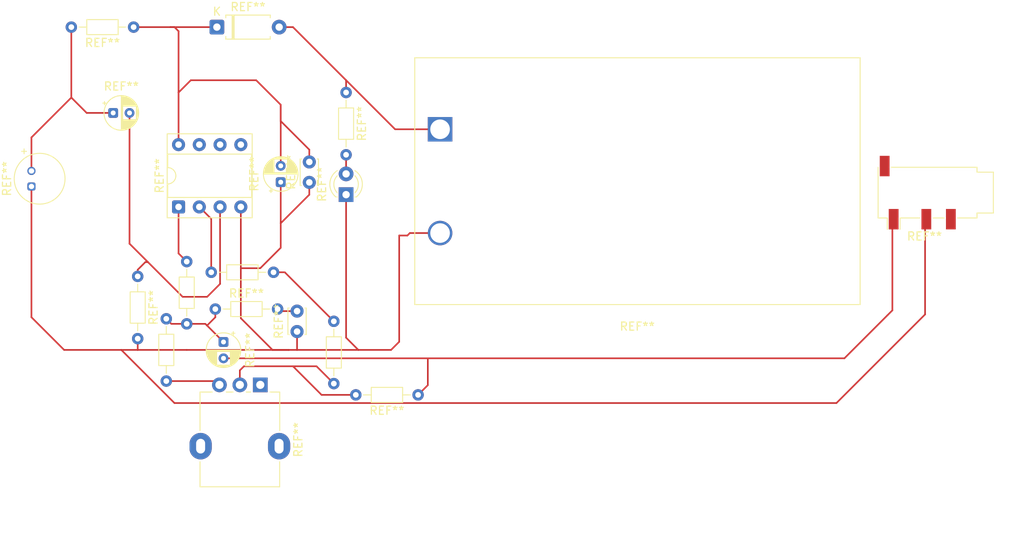
<source format=kicad_pcb>
(kicad_pcb (version 20241229) (generator "pcbnew") (generator_version "9.0")
  (layers (0 "F.Cu" signal) (2 "B.Cu" signal) (13 "F.Paste" user) (15 "B.Paste" user) (5 "F.SilkS" user "F.Silkscreen") (7 "B.SilkS" user "B.Silkscreen") (1 "F.Mask" user) (3 "B.Mask" user) (25 "Edge.Cuts" user))
  (net 0 "")
  (footprint "Capacitor_THT:C_Disc_D3.0mm_W2.0mm_P2.50mm" (layer "F.Cu") (at 111.5 138.25 90)
    (property "Reference" "REF**" (at 1.25 -2.25 90) (layer "F.SilkS"))
    (property "Value" "C_Disc_D3.0mm_W2.0mm_P2.50mm" (hide yes))
    (pad "1" thru_hole circle (at 0 0 90) (size 1.6 1.6) (drill 0.8) (layers "*.Cu" "*.Mask"))
    (pad "2" thru_hole circle (at 2.5 0 90) (size 1.6 1.6) (drill 0.8) (layers "*.Cu" "*.Mask"))
  )
  (footprint "Resistor_THT:R_Axial_DIN0204_L3.6mm_D1.6mm_P7.62mm_Horizontal" (layer "F.Cu") (at 101 131)
    (property "Reference" "0-ohm" (hide yes))
    (property "Value" "R_Axial_DIN0204_L3.6mm_D1.6mm_P7.62mm_Horizontal" (hide yes))
    (pad "1" thru_hole circle (at 0 0) (size 1.4 1.4) (drill 0.7) (layers "*.Cu" "*.Mask"))
    (pad "2" thru_hole circle (at 7.62 0) (size 1.4 1.4) (drill 0.7) (layers "*.Cu" "*.Mask"))
  )
  (footprint "Capacitor_THT:CP_Radial_D4.0mm_P2.00mm" (layer "F.Cu") (at 89 111.5)
    (property "Reference" "REF**" (at 1 -3.25 0) (layer "F.SilkS"))
    (property "Value" "CP_Radial_D4.0mm_P2.00mm" (hide yes))
    (pad "1" thru_hole roundrect (at 0 0) (size 1.2 1.2) (drill 0.6) (layers "*.Cu" "*.Mask") (roundrect_rratio 0.208333))
    (pad "2" thru_hole circle (at 2 0) (size 1.2 1.2) (drill 0.6) (layers "*.Cu" "*.Mask"))
  )
  (footprint "Capacitor_THT:CP_Radial_D4.0mm_P2.00mm" (layer "F.Cu") (at 109.5 119.972599 90)
    (property "Reference" "REF**" (at 1 -3.25 90) (layer "F.SilkS"))
    (property "Value" "CP_Radial_D4.0mm_P2.00mm" (hide yes))
    (pad "1" thru_hole roundrect (at 0 0 90) (size 1.2 1.2) (drill 0.6) (layers "*.Cu" "*.Mask") (roundrect_rratio 0.208333))
    (pad "2" thru_hole circle (at 2 0 90) (size 1.2 1.2) (drill 0.6) (layers "*.Cu" "*.Mask"))
  )
  (footprint "Package_DIP:DIP-8_W7.62mm_Socket" (layer "F.Cu") (at 97 123 90)
    (property "Reference" "REF**" (at 3.81 -2.33 90) (layer "F.SilkS"))
    (property "Value" "DIP-8_W7.62mm_Socket" (hide yes))
    (pad "1" thru_hole roundrect (at 0 0 90) (size 1.6 1.6) (drill 0.8) (layers "*.Cu" "*.Mask") (roundrect_rratio 0.15625))
    (pad "2" thru_hole circle (at 0 2.54 90) (size 1.6 1.6) (drill 0.8) (layers "*.Cu" "*.Mask"))
    (pad "3" thru_hole circle (at 0 5.08 90) (size 1.6 1.6) (drill 0.8) (layers "*.Cu" "*.Mask"))
    (pad "4" thru_hole circle (at 0 7.62 90) (size 1.6 1.6) (drill 0.8) (layers "*.Cu" "*.Mask"))
    (pad "5" thru_hole circle (at 7.62 7.62 90) (size 1.6 1.6) (drill 0.8) (layers "*.Cu" "*.Mask"))
    (pad "6" thru_hole circle (at 7.62 5.08 90) (size 1.6 1.6) (drill 0.8) (layers "*.Cu" "*.Mask"))
    (pad "7" thru_hole circle (at 7.62 2.54 90) (size 1.6 1.6) (drill 0.8) (layers "*.Cu" "*.Mask"))
    (pad "8" thru_hole circle (at 7.62 0 90) (size 1.6 1.6) (drill 0.8) (layers "*.Cu" "*.Mask"))
  )
  (footprint "Capacitor_THT:CP_Radial_D4.0mm_P2.00mm" (layer "F.Cu") (at 102.5 139.5274 -90)
    (property "Reference" "REF**" (at 1 -3.25 90) (layer "F.SilkS"))
    (property "Value" "CP_Radial_D4.0mm_P2.00mm" (hide yes))
    (pad "1" thru_hole roundrect (at 0 0 270) (size 1.2 1.2) (drill 0.6) (layers "*.Cu" "*.Mask") (roundrect_rratio 0.208333))
    (pad "2" thru_hole circle (at 2 0 270) (size 1.2 1.2) (drill 0.6) (layers "*.Cu" "*.Mask"))
  )
  (footprint "Resistor_THT:R_Axial_DIN0204_L3.6mm_D1.6mm_P7.62mm_Horizontal" (layer "F.Cu") (at 101.5 135.5)
    (property "Reference" "REF**" (at 3.81 -1.92 0) (layer "F.SilkS"))
    (property "Value" "R_Axial_DIN0204_L3.6mm_D1.6mm_P7.62mm_Horizontal" (hide yes))
    (pad "1" thru_hole circle (at 0 0) (size 1.4 1.4) (drill 0.7) (layers "*.Cu" "*.Mask"))
    (pad "2" thru_hole circle (at 7.62 0) (size 1.4 1.4) (drill 0.7) (layers "*.Cu" "*.Mask"))
  )
  (footprint "Connector_Audio:Jack_3.5mm_PJ320D_Horizontal" (layer "F.Cu") (at 188.325 121.25 180)
    (property "Reference" "REF**" (at 0.05 -5.35 0) (layer "F.SilkS"))
    (property "Value" "Jack_3.5mm_PJ320D_Horizontal")
    (pad "" np_thru_hole circle (at -4.775 0 180) (size 1.5 1.5) (drill oval 2 1.5) (layers "*.Cu" "*.Mask"))
    (pad "" np_thru_hole circle (at 2.225 0 180) (size 1.5 1.5) (drill 1.5) (layers "*.Cu" "*.Mask"))
    (pad "R1" smd rect (at -0.175 -3.25 180) (size 1.2 2.5) (layers "F.Cu" "F.Mask" "F.Paste"))
    (pad "R2" smd rect (at -3.175 -3.25 180) (size 1.2 2.5) (layers "F.Cu" "F.Mask" "F.Paste"))
    (pad "S" smd rect (at 4.925 3.25 180) (size 1.2 2.5) (layers "F.Cu" "F.Mask" "F.Paste"))
    (pad "T" smd rect (at 3.825 -3.25 180) (size 1.2 2.5) (layers "F.Cu" "F.Mask" "F.Paste"))
  )
  (footprint "Sensor_Audio:POM-2244P-C3310-2-R" (layer "F.Cu") (at 79 120.5 90)
    (property "Reference" "REF**" (at 0.95 -3 90) (layer "F.SilkS"))
    (property "Value" "POM-2244P-C3310-2-R" (hide yes))
    (pad "1" thru_hole roundrect (at 0 0 90) (size 1 1) (drill 0.65) (layers "*.Cu" "*.Mask"))
    (pad "2" thru_hole circle (at 1.9 0 90) (size 1 1) (drill 0.65) (layers "*.Cu" "*.Mask"))
  )
  (footprint "Diode_THT:D_A-405_P7.62mm_Horizontal" (layer "F.Cu") (at 101.69 101)
    (property "Reference" "REF**" (at 3.81 -2.47 0) (layer "F.SilkS"))
    (property "Value" "D_A-405_P7.62mm_Horizontal")
    (fp_text user "K" (at 0 -1.9 0) (layer "F.SilkS"))
    (pad "1" thru_hole roundrect (at 0 0) (size 1.8 1.8) (drill 0.9) (layers "*.Cu" "*.Mask") (roundrect_rratio 0.138889))
    (pad "2" thru_hole circle (at 7.62 0) (size 1.8 1.8) (drill 0.9) (layers "*.Cu" "*.Mask"))
  )
  (footprint "Resistor_THT:R_Axial_DIN0204_L3.6mm_D1.6mm_P7.62mm_Horizontal" (layer "F.Cu") (at 91.5 101 180)
    (property "Reference" "REF**" (at 3.81 -1.92 0) (layer "F.SilkS"))
    (property "Value" "R_Axial_DIN0204_L3.6mm_D1.6mm_P7.62mm_Horizontal" (hide yes))
    (pad "1" thru_hole circle (at 0 0 180) (size 1.4 1.4) (drill 0.7) (layers "*.Cu" "*.Mask"))
    (pad "2" thru_hole circle (at 7.62 0 180) (size 1.4 1.4) (drill 0.7) (layers "*.Cu" "*.Mask"))
  )
  (footprint "Resistor_THT:R_Axial_DIN0204_L3.6mm_D1.6mm_P7.62mm_Horizontal" (layer "F.Cu") (at 126.31 146 180)
    (property "Reference" "REF**" (at 3.81 -1.92 0) (layer "F.SilkS"))
    (property "Value" "R_Axial_DIN0204_L3.6mm_D1.6mm_P7.62mm_Horizontal" (hide yes))
    (pad "1" thru_hole circle (at 0 0 180) (size 1.4 1.4) (drill 0.7) (layers "*.Cu" "*.Mask"))
    (pad "2" thru_hole circle (at 7.62 0 180) (size 1.4 1.4) (drill 0.7) (layers "*.Cu" "*.Mask"))
  )
  (footprint "LED_THT:LED_D3.0mm" (layer "F.Cu") (at 117.5 121.5 90)
    (property "Reference" "REF**" (at 1.27 -2.96 90) (layer "F.SilkS"))
    (property "Value" "LED_D3.0mm")
    (pad "1" thru_hole rect (at 0 0 90) (size 1.8 1.8) (drill 0.9) (layers "*.Cu" "*.Mask"))
    (pad "2" thru_hole circle (at 2.54 0 90) (size 1.8 1.8) (drill 0.9) (layers "*.Cu" "*.Mask"))
  )
  (footprint "Battery:BatteryHolder_Eagle_12BH611-GR" (layer "F.Cu") (at 129 113.5 180)
    (property "Reference" "REF**" (at -24.13 -24.13 0) (layer "F.SilkS"))
    (property "Value" "BatteryHolder_Eagle_12BH611-GR")
    (pad "" np_thru_hole circle (at -38.9 -17.45 180) (size 2.6 2.6) (drill 2.6) (layers "*.Cu" "*.Mask"))
    (pad "" np_thru_hole circle (at -24.15 4.75 180) (size 2.6 2.6) (drill 2.6) (layers "*.Cu" "*.Mask"))
    (pad "" np_thru_hole circle (at -10.9 -17.45 180) (size 2.6 2.6) (drill 2.6) (layers "*.Cu" "*.Mask"))
    (pad "1" thru_hole rect (at 0 0 180) (size 3 3) (drill 2.4) (layers "*.Cu" "*.Mask"))
    (pad "2" thru_hole circle (at 0 -12.7 180) (size 3 3) (drill 2.4) (layers "*.Cu" "*.Mask"))
  )
  (footprint "Resistor_THT:R_Axial_DIN0204_L3.6mm_D1.6mm_P7.62mm_Horizontal" (layer "F.Cu") (at 117.5 109 -90)
    (property "Reference" "REF**" (at 3.81 -1.92 90) (layer "F.SilkS"))
    (property "Value" "R_Axial_DIN0204_L3.6mm_D1.6mm_P7.62mm_Horizontal" (hide yes))
    (pad "1" thru_hole circle (at 0 0 270) (size 1.4 1.4) (drill 0.7) (layers "*.Cu" "*.Mask"))
    (pad "2" thru_hole circle (at 7.62 0 270) (size 1.4 1.4) (drill 0.7) (layers "*.Cu" "*.Mask"))
  )
  (footprint "Resistor_THT:R_Axial_DIN0204_L3.6mm_D1.6mm_P7.62mm_Horizontal" (layer "F.Cu") (at 95.5 136.69 -90)
    (property "Reference" "0-ohm" (hide yes))
    (property "Value" "R_Axial_DIN0204_L3.6mm_D1.6mm_P7.62mm_Horizontal" (hide yes))
    (pad "1" thru_hole circle (at 0 0 270) (size 1.4 1.4) (drill 0.7) (layers "*.Cu" "*.Mask"))
    (pad "2" thru_hole circle (at 7.62 0 270) (size 1.4 1.4) (drill 0.7) (layers "*.Cu" "*.Mask"))
  )
  (footprint "Capacitor_THT:C_Disc_D3.0mm_W2.0mm_P2.50mm" (layer "F.Cu") (at 113 120 90)
    (property "Reference" "REF**" (at 1.25 -2.25 90) (layer "F.SilkS"))
    (property "Value" "C_Disc_D3.0mm_W2.0mm_P2.50mm" (hide yes))
    (pad "1" thru_hole circle (at 0 0 90) (size 1.6 1.6) (drill 0.8) (layers "*.Cu" "*.Mask"))
    (pad "2" thru_hole circle (at 2.5 0 90) (size 1.6 1.6) (drill 0.8) (layers "*.Cu" "*.Mask"))
  )
  (footprint "Resistor_THT:R_Axial_DIN0204_L3.6mm_D1.6mm_P7.62mm_Horizontal" (layer "F.Cu") (at 98 129.69 -90)
    (property "Reference" "0-ohm" (hide yes))
    (property "Value" "R_Axial_DIN0204_L3.6mm_D1.6mm_P7.62mm_Horizontal" (hide yes))
    (pad "1" thru_hole circle (at 0 0 270) (size 1.4 1.4) (drill 0.7) (layers "*.Cu" "*.Mask"))
    (pad "2" thru_hole circle (at 7.62 0 270) (size 1.4 1.4) (drill 0.7) (layers "*.Cu" "*.Mask"))
  )
  (footprint "Resistor_THT:R_Axial_DIN0204_L3.6mm_D1.6mm_P7.62mm_Horizontal" (layer "F.Cu") (at 116 137 -90)
    (property "Reference" "0-ohm" (hide yes))
    (property "Value" "R_Axial_DIN0204_L3.6mm_D1.6mm_P7.62mm_Horizontal" (hide yes))
    (pad "1" thru_hole circle (at 0 0 270) (size 1.4 1.4) (drill 0.7) (layers "*.Cu" "*.Mask"))
    (pad "2" thru_hole circle (at 7.62 0 270) (size 1.4 1.4) (drill 0.7) (layers "*.Cu" "*.Mask"))
  )
  (footprint "Resistor_THT:R_Axial_DIN0204_L3.6mm_D1.6mm_P7.62mm_Horizontal" (layer "F.Cu") (at 92 131.5 -90)
    (property "Reference" "REF**" (at 3.81 -1.92 90) (layer "F.SilkS"))
    (property "Value" "R_Axial_DIN0204_L3.6mm_D1.6mm_P7.62mm_Horizontal" (hide yes))
    (pad "1" thru_hole circle (at 0 0 270) (size 1.4 1.4) (drill 0.7) (layers "*.Cu" "*.Mask"))
    (pad "2" thru_hole circle (at 7.62 0 270) (size 1.4 1.4) (drill 0.7) (layers "*.Cu" "*.Mask"))
  )
  (footprint "Potentiometer_THT:Potentiometer_Alpha_RD901F-40-00D_Single_Vertical" (layer "F.Cu") (at 107 144.775 -90)
    (property "Reference" "REF**" (at 6.71 -4.64 90) (layer "F.SilkS"))
    (property "Value" "Potentiometer_Alpha_RD901F-40-00D_Single_Vertical")
    (pad "" thru_hole oval (at 7.5 -2.3) (size 2.72 3.24) (drill oval 1.1 1.8) (layers "*.Cu" "*.Mask"))
    (pad "" thru_hole oval (at 7.5 7.3) (size 2.72 3.24) (drill oval 1.1 1.8) (layers "*.Cu" "*.Mask"))
    (pad "1" thru_hole rect (at 0 0) (size 1.8 1.8) (drill 1) (layers "*.Cu" "*.Mask"))
    (pad "2" thru_hole circle (at 0 2.5) (size 1.8 1.8) (drill 1) (layers "*.Cu" "*.Mask"))
    (pad "3" thru_hole circle (at 0 5) (size 1.8 1.8) (drill 1) (layers "*.Cu" "*.Mask"))
  )
  (segment (start 108.62 131) (end 110 131) (width 0.2) (layer "F.Cu") (net 0))
  (segment (start 113 117.5) (end 113 116) (width 0.2) (layer "F.Cu") (net 0))
  (segment (start 117.5 118.96) (end 117.5 116.62) (width 0.2) (layer "F.Cu") (net 0))
  (segment (start 100.2826 137.31) (end 100.4863 137.5137) (width 0.2) (layer "F.Cu") (net 0))
  (segment (start 118.69 146) (end 114.5 146) (width 0.2) (layer "F.Cu") (net 0))
  (segment (start 95.5 144.31) (end 101.535 144.31) (width 0.2) (layer "F.Cu") (net 0))
  (segment (start 124 126.5) (end 125 126.5) (width 0.2) (layer "F.Cu") (net 0))
  (segment (start 90 140.5) (end 92 140.5) (width 0.2) (layer "F.Cu") (net 0))
  (segment (start 126.31 146) (end 127.5 144.81) (width 0.2) (layer "F.Cu") (net 0))
  (segment (start 79 136.5) (end 83 140.5) (width 0.2) (layer "F.Cu") (net 0))
  (segment (start 92 130.69) (end 92.94 129.75) (width 0.2) (layer "F.Cu") (net 0))
  (segment (start 111.5 138.25) (end 111.5 140.5) (width 0.2) (layer "F.Cu") (net 0))
  (segment (start 96.5 147) (end 90 140.5) (width 0.2) (layer "F.Cu") (net 0))
  (segment (start 98 140.5) (end 110.5 140.5) (width 0.2) (layer "F.Cu") (net 0))
  (segment (start 177.5 147) (end 96.5 147) (width 0.2) (layer "F.Cu") (net 0))
  (segment (start 124 139.5) (end 124 126.5) (width 0.2) (layer "F.Cu") (net 0))
  (segment (start 100.4863 137.5137) (end 102.5 139.5274) (width 0.2) (layer "F.Cu") (net 0))
  (segment (start 104.62 130.5) (end 104.62 136.62) (width 0.2) (layer "F.Cu") (net 0))
  (segment (start 113 120) (end 113 121.5) (width 0.2) (layer "F.Cu") (net 0))
  (segment (start 109.37 135.75) (end 109.12 135.5) (width 0.2) (layer "F.Cu") (net 0))
  (segment (start 113 121.5) (end 109.5 125) (width 0.2) (layer "F.Cu") (net 0))
  (segment (start 111 142.5) (end 105 142.5) (width 0.2) (layer "F.Cu") (net 0))
  (segment (start 106.5 107.5) (end 98.5 107.5) (width 0.2) (layer "F.Cu") (net 0))
  (segment (start 109.5 128) (end 107 130.5) (width 0.2) (layer "F.Cu") (net 0))
  (segment (start 101 131) (end 101 124.46) (width 0.2) (layer "F.Cu") (net 0))
  (segment (start 83.88 109.62) (end 79 114.5) (width 0.2) (layer "F.Cu") (net 0))
  (segment (start 83 140.5) (end 90 140.5) (width 0.2) (layer "F.Cu") (net 0))
  (segment (start 96 101) (end 91.5 101) (width 0.2) (layer "F.Cu") (net 0))
  (segment (start 188.345 124.75) (end 188.345 136.155) (width 0.2) (layer "F.Cu") (net 0))
  (segment (start 91 127.5) (end 93.25 129.75) (width 0.2) (layer "F.Cu") (net 0))
  (segment (start 97.5 134) (end 100.5 134) (width 0.2) (layer "F.Cu") (net 0))
  (segment (start 85.76 111.5) (end 83.88 109.62) (width 0.2) (layer "F.Cu") (net 0))
  (segment (start 123 140.5) (end 124 139.5) (width 0.2) (layer "F.Cu") (net 0))
  (segment (start 109.5 125) (end 109.5 128) (width 0.2) (layer "F.Cu") (net 0))
  (segment (start 129 113.5) (end 123.5 113.5) (width 0.2) (layer "F.Cu") (net 0))
  (segment (start 98.5 107.5) (end 97 109) (width 0.2) (layer "F.Cu") (net 0))
  (segment (start 113 116) (end 109.5 112.5) (width 0.2) (layer "F.Cu") (net 0))
  (segment (start 100.5 134) (end 102.08 132.42) (width 0.2) (layer "F.Cu") (net 0))
  (segment (start 123.5 113.5) (end 117.5 107.5) (width 0.2) (layer "F.Cu") (net 0))
  (segment (start 101.69 101) (end 96 101) (width 0.2) (layer "F.Cu") (net 0))
  (segment (start 79 120.5) (end 79 136.5) (width 0.2) (layer "F.Cu") (net 0))
  (segment (start 98 137.31) (end 96.12 137.31) (width 0.2) (layer "F.Cu") (net 0))
  (segment (start 97 109) (end 97 115.38) (width 0.2) (layer "F.Cu") (net 0))
  (segment (start 104.5 143) (end 104.5 144.775) (width 0.2) (layer "F.Cu") (net 0))
  (segment (start 111.5 135.75) (end 109.37 135.75) (width 0.2) (layer "F.Cu") (net 0))
  (segment (start 92 140.5) (end 98 140.5) (width 0.2) (layer "F.Cu") (net 0))
  (segment (start 104.62 136.62) (end 108.5 140.5) (width 0.2) (layer "F.Cu") (net 0))
  (segment (start 92 131.5) (end 92 130.69) (width 0.2) (layer "F.Cu") (net 0))
  (segment (start 92 139.12) (end 92 140.5) (width 0.2) (layer "F.Cu") (net 0))
  (segment (start 125 126.5) (end 125.3 126.2) (width 0.2) (layer "F.Cu") (net 0))
  (segment (start 184.345 135.655) (end 183.75 136.25) (width 0.2) (layer "F.Cu") (net 0))
  (segment (start 125.3 126.2) (end 129 126.2) (width 0.2) (layer "F.Cu") (net 0))
  (segment (start 107 130.5) (end 104.62 130.5) (width 0.2) (layer "F.Cu") (net 0))
  (segment (start 114.5 146) (end 111 142.5) (width 0.2) (layer "F.Cu") (net 0))
  (segment (start 102.5 141.5274) (end 127.5 141.5274) (width 0.2) (layer "F.Cu") (net 0))
  (segment (start 127.5 141.5274) (end 178.4726 141.5274) (width 0.2) (layer "F.Cu") (net 0))
  (segment (start 92.94 129.75) (end 93.25 129.75) (width 0.2) (layer "F.Cu") (net 0))
  (segment (start 96.5 101) (end 96 101) (width 0.2) (layer "F.Cu") (net 0))
  (segment (start 93.25 129.75) (end 97.5 134) (width 0.2) (layer "F.Cu") (net 0))
  (segment (start 116 144.62) (end 113.88 142.5) (width 0.2) (layer "F.Cu") (net 0))
  (segment (start 110 131) (end 116 137) (width 0.2) (layer "F.Cu") (net 0))
  (segment (start 109.5 117.972599) (end 109.5 110.5) (width 0.2) (layer "F.Cu") (net 0))
  (segment (start 101 124.46) (end 99.54 123) (width 0.2) (layer "F.Cu") (net 0))
  (segment (start 89 111.5) (end 85.76 111.5) (width 0.2) (layer "F.Cu") (net 0))
  (segment (start 105 142.5) (end 104.5 143) (width 0.2) (layer "F.Cu") (net 0))
  (segment (start 79 114.5) (end 79 118.6) (width 0.2) (layer "F.Cu") (net 0))
  (segment (start 117.5 121.5) (end 117.5 139) (width 0.2) (layer "F.Cu") (net 0))
  (segment (start 98 137.31) (end 100.2826 137.31) (width 0.2) (layer "F.Cu") (net 0))
  (segment (start 109.31 101) (end 111 101) (width 0.2) (layer "F.Cu") (net 0))
  (segment (start 113.88 142.5) (end 111 142.5) (width 0.2) (layer "F.Cu") (net 0))
  (segment (start 97 101.5) (end 96.5 101) (width 0.2) (layer "F.Cu") (net 0))
  (segment (start 97 109) (end 97 101.5) (width 0.2) (layer "F.Cu") (net 0))
  (segment (start 184.345 124.75) (end 184.345 135.655) (width 0.2) (layer "F.Cu") (net 0))
  (segment (start 109.5 119.972599) (end 109.5 125) (width 0.2) (layer "F.Cu") (net 0))
  (segment (start 108.5 140.5) (end 110.5 140.5) (width 0.2) (layer "F.Cu") (net 0))
  (segment (start 117.5 109) (end 117.5 107.5) (width 0.2) (layer "F.Cu") (net 0))
  (segment (start 110.5 140.5) (end 111.5 140.5) (width 0.2) (layer "F.Cu") (net 0))
  (segment (start 91 111.5) (end 91 127.5) (width 0.2) (layer "F.Cu") (net 0))
  (segment (start 188.345 136.155) (end 177.5 147) (width 0.2) (layer "F.Cu") (net 0))
  (segment (start 104.62 123) (end 104.62 130.5) (width 0.2) (layer "F.Cu") (net 0))
  (segment (start 96.12 137.31) (end 95.5 136.69) (width 0.2) (layer "F.Cu") (net 0))
  (segment (start 109.5 112.5) (end 109.5 110.5) (width 0.2) (layer "F.Cu") (net 0))
  (segment (start 97 123) (end 97 128.69) (width 0.2) (layer "F.Cu") (net 0))
  (segment (start 127.5 144.81) (end 127.5 141.5274) (width 0.2) (layer "F.Cu") (net 0))
  (segment (start 178.4726 141.5274) (end 183.75 136.25) (width 0.2) (layer "F.Cu") (net 0))
  (segment (start 111 101) (end 117.5 107.5) (width 0.2) (layer "F.Cu") (net 0))
  (segment (start 101.5 135.5) (end 101.5 136.5) (width 0.2) (layer "F.Cu") (net 0))
  (segment (start 101.5 136.5) (end 100.4863 137.5137) (width 0.2) (layer "F.Cu") (net 0))
  (segment (start 83.88 101) (end 83.88 109.62) (width 0.2) (layer "F.Cu") (net 0))
  (segment (start 102.08 132.42) (end 102.08 123) (width 0.2) (layer "F.Cu") (net 0))
  (segment (start 109.5 110.5) (end 106.5 107.5) (width 0.2) (layer "F.Cu") (net 0))
  (segment (start 117.5 139) (end 119 140.5) (width 0.2) (layer "F.Cu") (net 0))
  (segment (start 101.535 144.31) (end 102 144.775) (width 0.2) (layer "F.Cu") (net 0))
  (segment (start 119 140.5) (end 123 140.5) (width 0.2) (layer "F.Cu") (net 0))
  (segment (start 111.5 140.5) (end 119 140.5) (width 0.2) (layer "F.Cu") (net 0))
  (segment (start 97 128.69) (end 98 129.69) (width 0.2) (layer "F.Cu") (net 0))
)
</source>
